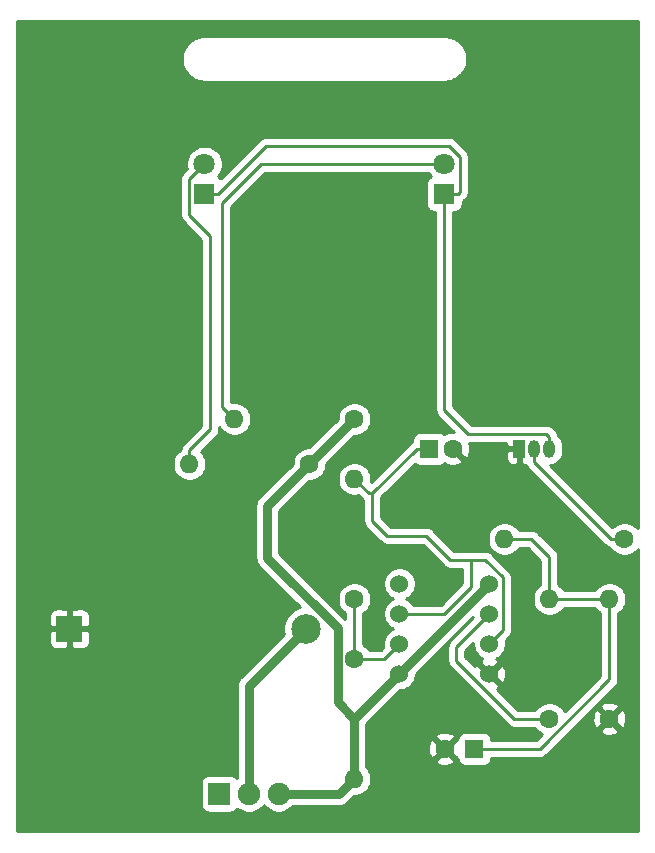
<source format=gtl>
G04 #@! TF.GenerationSoftware,KiCad,Pcbnew,(5.1.5-0-10_14)*
G04 #@! TF.CreationDate,2019-12-18T22:01:42+01:00*
G04 #@! TF.ProjectId,ghost,67686f73-742e-46b6-9963-61645f706362,v1.0.0*
G04 #@! TF.SameCoordinates,Original*
G04 #@! TF.FileFunction,Copper,L1,Top*
G04 #@! TF.FilePolarity,Positive*
%FSLAX46Y46*%
G04 Gerber Fmt 4.6, Leading zero omitted, Abs format (unit mm)*
G04 Created by KiCad (PCBNEW (5.1.5-0-10_14)) date 2019-12-18 22:01:42*
%MOMM*%
%LPD*%
G04 APERTURE LIST*
%ADD10R,2.170000X2.170000*%
%ADD11C,2.500000*%
%ADD12R,1.600000X1.600000*%
%ADD13C,1.600000*%
%ADD14C,1.800000*%
%ADD15R,1.800000X1.800000*%
%ADD16O,1.000000X1.500000*%
%ADD17R,1.000000X1.500000*%
%ADD18O,1.600000X1.600000*%
%ADD19R,1.900000X1.900000*%
%ADD20C,1.900000*%
%ADD21C,1.524000*%
%ADD22C,0.762000*%
%ADD23C,0.254000*%
G04 APERTURE END LIST*
D10*
X132080000Y-109220000D03*
D11*
X152080000Y-109220000D03*
D12*
X162560000Y-93980000D03*
D13*
X164560000Y-93980000D03*
D12*
X166370000Y-119380000D03*
D13*
X163870000Y-119380000D03*
D14*
X143510000Y-69850000D03*
D15*
X143510000Y-72390000D03*
D14*
X163830000Y-69850000D03*
D15*
X163830000Y-72390000D03*
D16*
X171450000Y-93980000D03*
X172720000Y-93980000D03*
D17*
X170180000Y-93980000D03*
D13*
X156210000Y-111760000D03*
D18*
X156210000Y-121920000D03*
X156210000Y-96520000D03*
D13*
X156210000Y-106680000D03*
X172720000Y-116840000D03*
D18*
X172720000Y-106680000D03*
X177800000Y-106680000D03*
D13*
X177800000Y-116840000D03*
X179070000Y-101600000D03*
D18*
X168910000Y-101600000D03*
D13*
X152400000Y-95250000D03*
D18*
X142240000Y-95250000D03*
X146050000Y-91440000D03*
D13*
X156210000Y-91440000D03*
D19*
X144780000Y-123190000D03*
D20*
X147280000Y-123190000D03*
X149780000Y-123190000D03*
D21*
X167640000Y-113030000D03*
X167640000Y-110490000D03*
X167640000Y-107950000D03*
X167640000Y-105410000D03*
X160020000Y-105410000D03*
X160020000Y-107950000D03*
X160020000Y-110490000D03*
X160020000Y-113030000D03*
D22*
X147280000Y-114020000D02*
X147280000Y-123190000D01*
X152080000Y-109220000D02*
X147280000Y-114020000D01*
D23*
X157734000Y-97752000D02*
X157734000Y-100076000D01*
X161506000Y-93980000D02*
X157734000Y-97752000D01*
X162560000Y-93980000D02*
X161506000Y-93980000D01*
X157734000Y-100076000D02*
X157734000Y-98044000D01*
X168783001Y-104861359D02*
X167299642Y-103378000D01*
X168783001Y-109346999D02*
X168783001Y-104861359D01*
X167640000Y-110490000D02*
X168783001Y-109346999D01*
X157442000Y-97752000D02*
X156210000Y-96520000D01*
X157734000Y-97752000D02*
X157442000Y-97752000D01*
X166116000Y-105664000D02*
X166116000Y-103378000D01*
X163830000Y-107950000D02*
X166116000Y-105664000D01*
X160020000Y-107950000D02*
X163830000Y-107950000D01*
X166116000Y-103378000D02*
X167299642Y-103378000D01*
X166116000Y-103378000D02*
X164338000Y-103378000D01*
X164338000Y-103378000D02*
X162306000Y-101346000D01*
X162306000Y-101346000D02*
X159004000Y-101346000D01*
X159004000Y-101346000D02*
X157734000Y-100076000D01*
X177800000Y-106680000D02*
X172720000Y-106680000D01*
X177800000Y-113507882D02*
X177800000Y-107811370D01*
X177800000Y-107811370D02*
X177800000Y-106680000D01*
X171927882Y-119380000D02*
X177800000Y-113507882D01*
X166370000Y-119380000D02*
X171927882Y-119380000D01*
X171196000Y-101600000D02*
X168910000Y-101600000D01*
X172720000Y-103124000D02*
X171196000Y-101600000D01*
X172720000Y-106680000D02*
X172720000Y-103124000D01*
X172454000Y-92710000D02*
X165862000Y-92710000D01*
X165862000Y-92710000D02*
X163830000Y-90678000D01*
X172720000Y-92976000D02*
X172454000Y-92710000D01*
X172720000Y-93980000D02*
X172720000Y-92976000D01*
X144664000Y-72390000D02*
X148728000Y-68326000D01*
X143510000Y-72390000D02*
X144664000Y-72390000D01*
X165111001Y-69235119D02*
X165111001Y-72262999D01*
X164984000Y-72390000D02*
X163830000Y-72390000D01*
X164201882Y-68326000D02*
X165111001Y-69235119D01*
X165111001Y-72262999D02*
X164984000Y-72390000D01*
X148728000Y-68326000D02*
X164201882Y-68326000D01*
X163830000Y-90678000D02*
X163830000Y-72390000D01*
X142240000Y-94118630D02*
X144018000Y-92340630D01*
X142240000Y-95250000D02*
X142240000Y-94118630D01*
X144018000Y-92340630D02*
X144018000Y-75946000D01*
X142228999Y-71131001D02*
X142610001Y-70749999D01*
X142228999Y-74156999D02*
X142228999Y-71131001D01*
X142610001Y-70749999D02*
X143510000Y-69850000D01*
X144018000Y-75946000D02*
X142228999Y-74156999D01*
X163830000Y-69850000D02*
X148336000Y-69850000D01*
X148336000Y-69850000D02*
X145034000Y-73152000D01*
X145034000Y-90424000D02*
X146050000Y-91440000D01*
X145034000Y-73152000D02*
X145034000Y-90424000D01*
X171450000Y-95111370D02*
X177938630Y-101600000D01*
X177938630Y-101600000D02*
X179070000Y-101600000D01*
X171450000Y-93980000D02*
X171450000Y-95111370D01*
X156210000Y-106680000D02*
X156210000Y-111760000D01*
X158750000Y-111760000D02*
X156210000Y-111760000D01*
X160020000Y-110490000D02*
X158750000Y-111760000D01*
D22*
X154940000Y-123190000D02*
X156210000Y-121920000D01*
X149780000Y-123190000D02*
X154940000Y-123190000D01*
X156210000Y-116840000D02*
X160020000Y-113030000D01*
X156210000Y-121920000D02*
X156210000Y-116840000D01*
X160020000Y-113030000D02*
X167640000Y-105410000D01*
X152400000Y-95250000D02*
X156210000Y-91440000D01*
X156210000Y-116840000D02*
X154774999Y-115404999D01*
X154774999Y-109125197D02*
X148844000Y-103194198D01*
X154774999Y-115404999D02*
X154774999Y-109125197D01*
X148844000Y-103194198D02*
X148844000Y-98806000D01*
X148844000Y-98806000D02*
X152400000Y-95250000D01*
D23*
X169758358Y-116840000D02*
X164846000Y-111927642D01*
X172720000Y-116840000D02*
X169758358Y-116840000D01*
X164846000Y-110744000D02*
X167640000Y-107950000D01*
X164846000Y-111927642D02*
X164846000Y-110744000D01*
G36*
X180200300Y-100708683D02*
G01*
X180184637Y-100685241D01*
X179984759Y-100485363D01*
X179749727Y-100328320D01*
X179488574Y-100220147D01*
X179211335Y-100165000D01*
X178928665Y-100165000D01*
X178651426Y-100220147D01*
X178390273Y-100328320D01*
X178155241Y-100485363D01*
X178028432Y-100612172D01*
X172780766Y-95364506D01*
X172942498Y-95348577D01*
X173156446Y-95283676D01*
X173353623Y-95178284D01*
X173526449Y-95036449D01*
X173668284Y-94863623D01*
X173773676Y-94666447D01*
X173838577Y-94452499D01*
X173855000Y-94285752D01*
X173855000Y-93674249D01*
X173838577Y-93507502D01*
X173773676Y-93293554D01*
X173668284Y-93096377D01*
X173526449Y-92923551D01*
X173476482Y-92882544D01*
X173470974Y-92826622D01*
X173427402Y-92682985D01*
X173356645Y-92550608D01*
X173261422Y-92434578D01*
X173232346Y-92410716D01*
X173019284Y-92197654D01*
X172995422Y-92168578D01*
X172879392Y-92073355D01*
X172747015Y-92002598D01*
X172603378Y-91959026D01*
X172491426Y-91948000D01*
X172491423Y-91948000D01*
X172454000Y-91944314D01*
X172416577Y-91948000D01*
X166177631Y-91948000D01*
X164592000Y-90362370D01*
X164592000Y-73928072D01*
X164730000Y-73928072D01*
X164854482Y-73915812D01*
X164974180Y-73879502D01*
X165084494Y-73820537D01*
X165181185Y-73741185D01*
X165260537Y-73644494D01*
X165319502Y-73534180D01*
X165355812Y-73414482D01*
X165368072Y-73290000D01*
X165368072Y-73048731D01*
X165409392Y-73026645D01*
X165525422Y-72931422D01*
X165549285Y-72902345D01*
X165623343Y-72828286D01*
X165652423Y-72804421D01*
X165747646Y-72688391D01*
X165818403Y-72556014D01*
X165861975Y-72412377D01*
X165873001Y-72300425D01*
X165873001Y-72300422D01*
X165876687Y-72262999D01*
X165873001Y-72225576D01*
X165873001Y-69272541D01*
X165876687Y-69235118D01*
X165873001Y-69197693D01*
X165861975Y-69085741D01*
X165818403Y-68942104D01*
X165747646Y-68809727D01*
X165652423Y-68693697D01*
X165623354Y-68669841D01*
X164767166Y-67813654D01*
X164743304Y-67784578D01*
X164627274Y-67689355D01*
X164494897Y-67618598D01*
X164351260Y-67575026D01*
X164239308Y-67564000D01*
X164239305Y-67564000D01*
X164201882Y-67560314D01*
X164164459Y-67564000D01*
X148765423Y-67564000D01*
X148728000Y-67560314D01*
X148690577Y-67564000D01*
X148690574Y-67564000D01*
X148578622Y-67575026D01*
X148434985Y-67618598D01*
X148373364Y-67651535D01*
X148302607Y-67689355D01*
X148219904Y-67757228D01*
X148186578Y-67784578D01*
X148162721Y-67813648D01*
X144895609Y-71080761D01*
X144861185Y-71038815D01*
X144764494Y-70959463D01*
X144654180Y-70900498D01*
X144635873Y-70894944D01*
X144702312Y-70828505D01*
X144870299Y-70577095D01*
X144986011Y-70297743D01*
X145045000Y-70001184D01*
X145045000Y-69698816D01*
X144986011Y-69402257D01*
X144870299Y-69122905D01*
X144702312Y-68871495D01*
X144488505Y-68657688D01*
X144237095Y-68489701D01*
X143957743Y-68373989D01*
X143661184Y-68315000D01*
X143358816Y-68315000D01*
X143062257Y-68373989D01*
X142782905Y-68489701D01*
X142531495Y-68657688D01*
X142317688Y-68871495D01*
X142149701Y-69122905D01*
X142033989Y-69402257D01*
X141975000Y-69698816D01*
X141975000Y-70001184D01*
X142025799Y-70256571D01*
X141716648Y-70565722D01*
X141687578Y-70589579D01*
X141663721Y-70618649D01*
X141663720Y-70618650D01*
X141592354Y-70705609D01*
X141521598Y-70837986D01*
X141478026Y-70981623D01*
X141463313Y-71131001D01*
X141467000Y-71168434D01*
X141466999Y-74119576D01*
X141463313Y-74156999D01*
X141466999Y-74194422D01*
X141466999Y-74194424D01*
X141478025Y-74306376D01*
X141521597Y-74450013D01*
X141521598Y-74450014D01*
X141592354Y-74582391D01*
X141631982Y-74630677D01*
X141687577Y-74698421D01*
X141716653Y-74722283D01*
X143256001Y-76261632D01*
X143256000Y-92025000D01*
X141727649Y-93553351D01*
X141698579Y-93577208D01*
X141674722Y-93606278D01*
X141674721Y-93606279D01*
X141603355Y-93693238D01*
X141532599Y-93825615D01*
X141489027Y-93969252D01*
X141483052Y-94029917D01*
X141325241Y-94135363D01*
X141125363Y-94335241D01*
X140968320Y-94570273D01*
X140860147Y-94831426D01*
X140805000Y-95108665D01*
X140805000Y-95391335D01*
X140860147Y-95668574D01*
X140968320Y-95929727D01*
X141125363Y-96164759D01*
X141325241Y-96364637D01*
X141560273Y-96521680D01*
X141821426Y-96629853D01*
X142098665Y-96685000D01*
X142381335Y-96685000D01*
X142658574Y-96629853D01*
X142919727Y-96521680D01*
X143154759Y-96364637D01*
X143354637Y-96164759D01*
X143511680Y-95929727D01*
X143619853Y-95668574D01*
X143675000Y-95391335D01*
X143675000Y-95108665D01*
X143619853Y-94831426D01*
X143511680Y-94570273D01*
X143354637Y-94335241D01*
X143227828Y-94208432D01*
X144530347Y-92905913D01*
X144559422Y-92882052D01*
X144619857Y-92808411D01*
X144654645Y-92766023D01*
X144699029Y-92682985D01*
X144725402Y-92633645D01*
X144768974Y-92490008D01*
X144780000Y-92378056D01*
X144780000Y-92378053D01*
X144783686Y-92340630D01*
X144780000Y-92303207D01*
X144780000Y-92122241D01*
X144935363Y-92354759D01*
X145135241Y-92554637D01*
X145370273Y-92711680D01*
X145631426Y-92819853D01*
X145908665Y-92875000D01*
X146191335Y-92875000D01*
X146468574Y-92819853D01*
X146729727Y-92711680D01*
X146964759Y-92554637D01*
X147164637Y-92354759D01*
X147321680Y-92119727D01*
X147429853Y-91858574D01*
X147485000Y-91581335D01*
X147485000Y-91298665D01*
X147429853Y-91021426D01*
X147321680Y-90760273D01*
X147164637Y-90525241D01*
X146964759Y-90325363D01*
X146729727Y-90168320D01*
X146468574Y-90060147D01*
X146191335Y-90005000D01*
X145908665Y-90005000D01*
X145796000Y-90027411D01*
X145796000Y-73467630D01*
X148651631Y-70612000D01*
X162493024Y-70612000D01*
X162637688Y-70828505D01*
X162704127Y-70894944D01*
X162685820Y-70900498D01*
X162575506Y-70959463D01*
X162478815Y-71038815D01*
X162399463Y-71135506D01*
X162340498Y-71245820D01*
X162304188Y-71365518D01*
X162291928Y-71490000D01*
X162291928Y-73290000D01*
X162304188Y-73414482D01*
X162340498Y-73534180D01*
X162399463Y-73644494D01*
X162478815Y-73741185D01*
X162575506Y-73820537D01*
X162685820Y-73879502D01*
X162805518Y-73915812D01*
X162930000Y-73928072D01*
X163068001Y-73928072D01*
X163068000Y-90640577D01*
X163064314Y-90678000D01*
X163068000Y-90715423D01*
X163068000Y-90715425D01*
X163079026Y-90827377D01*
X163122598Y-90971014D01*
X163122599Y-90971015D01*
X163193355Y-91103392D01*
X163229130Y-91146984D01*
X163288578Y-91219422D01*
X163317654Y-91243284D01*
X164620616Y-92546247D01*
X164489488Y-92539783D01*
X164209870Y-92581213D01*
X163943708Y-92676397D01*
X163821691Y-92741616D01*
X163811185Y-92728815D01*
X163714494Y-92649463D01*
X163604180Y-92590498D01*
X163484482Y-92554188D01*
X163360000Y-92541928D01*
X161760000Y-92541928D01*
X161635518Y-92554188D01*
X161515820Y-92590498D01*
X161405506Y-92649463D01*
X161308815Y-92728815D01*
X161229463Y-92825506D01*
X161170498Y-92935820D01*
X161134188Y-93055518D01*
X161121928Y-93180000D01*
X161121928Y-93321269D01*
X161080607Y-93343355D01*
X161050997Y-93367656D01*
X160964578Y-93438578D01*
X160940716Y-93467654D01*
X157619664Y-96788706D01*
X157645000Y-96661335D01*
X157645000Y-96378665D01*
X157589853Y-96101426D01*
X157481680Y-95840273D01*
X157324637Y-95605241D01*
X157124759Y-95405363D01*
X156889727Y-95248320D01*
X156628574Y-95140147D01*
X156351335Y-95085000D01*
X156068665Y-95085000D01*
X155791426Y-95140147D01*
X155530273Y-95248320D01*
X155295241Y-95405363D01*
X155095363Y-95605241D01*
X154938320Y-95840273D01*
X154830147Y-96101426D01*
X154775000Y-96378665D01*
X154775000Y-96661335D01*
X154830147Y-96938574D01*
X154938320Y-97199727D01*
X155095363Y-97434759D01*
X155295241Y-97634637D01*
X155530273Y-97791680D01*
X155791426Y-97899853D01*
X156068665Y-97955000D01*
X156351335Y-97955000D01*
X156531527Y-97919157D01*
X156876721Y-98264352D01*
X156900578Y-98293422D01*
X156972000Y-98352037D01*
X156972001Y-98991731D01*
X156972000Y-100038576D01*
X156968314Y-100076000D01*
X156972000Y-100113423D01*
X156972000Y-100113425D01*
X156983026Y-100225377D01*
X157026598Y-100369014D01*
X157026599Y-100369015D01*
X157097355Y-100501392D01*
X157136983Y-100549678D01*
X157192578Y-100617422D01*
X157221654Y-100641284D01*
X158438720Y-101858351D01*
X158462578Y-101887422D01*
X158578608Y-101982645D01*
X158710985Y-102053402D01*
X158854622Y-102096974D01*
X158966574Y-102108000D01*
X158966576Y-102108000D01*
X159003999Y-102111686D01*
X159041422Y-102108000D01*
X161990370Y-102108000D01*
X163772720Y-103890351D01*
X163796578Y-103919422D01*
X163825648Y-103943279D01*
X163912607Y-104014645D01*
X163965765Y-104043058D01*
X164044985Y-104085402D01*
X164188622Y-104128974D01*
X164300574Y-104140000D01*
X164300577Y-104140000D01*
X164338000Y-104143686D01*
X164375423Y-104140000D01*
X165354001Y-104140000D01*
X165354000Y-105348369D01*
X163514370Y-107188000D01*
X161191005Y-107188000D01*
X161105120Y-107059465D01*
X160910535Y-106864880D01*
X160681727Y-106711995D01*
X160604485Y-106680000D01*
X160681727Y-106648005D01*
X160910535Y-106495120D01*
X161105120Y-106300535D01*
X161258005Y-106071727D01*
X161363314Y-105817490D01*
X161417000Y-105547592D01*
X161417000Y-105272408D01*
X161363314Y-105002510D01*
X161258005Y-104748273D01*
X161105120Y-104519465D01*
X160910535Y-104324880D01*
X160681727Y-104171995D01*
X160427490Y-104066686D01*
X160157592Y-104013000D01*
X159882408Y-104013000D01*
X159612510Y-104066686D01*
X159358273Y-104171995D01*
X159129465Y-104324880D01*
X158934880Y-104519465D01*
X158781995Y-104748273D01*
X158676686Y-105002510D01*
X158623000Y-105272408D01*
X158623000Y-105547592D01*
X158676686Y-105817490D01*
X158781995Y-106071727D01*
X158934880Y-106300535D01*
X159129465Y-106495120D01*
X159358273Y-106648005D01*
X159435515Y-106680000D01*
X159358273Y-106711995D01*
X159129465Y-106864880D01*
X158934880Y-107059465D01*
X158781995Y-107288273D01*
X158676686Y-107542510D01*
X158623000Y-107812408D01*
X158623000Y-108087592D01*
X158676686Y-108357490D01*
X158781995Y-108611727D01*
X158934880Y-108840535D01*
X159129465Y-109035120D01*
X159358273Y-109188005D01*
X159435515Y-109220000D01*
X159358273Y-109251995D01*
X159129465Y-109404880D01*
X158934880Y-109599465D01*
X158781995Y-109828273D01*
X158676686Y-110082510D01*
X158623000Y-110352408D01*
X158623000Y-110627592D01*
X158653159Y-110779211D01*
X158434370Y-110998000D01*
X157426707Y-110998000D01*
X157324637Y-110845241D01*
X157124759Y-110645363D01*
X156972000Y-110543293D01*
X156972000Y-107896707D01*
X157124759Y-107794637D01*
X157324637Y-107594759D01*
X157481680Y-107359727D01*
X157589853Y-107098574D01*
X157645000Y-106821335D01*
X157645000Y-106538665D01*
X157589853Y-106261426D01*
X157481680Y-106000273D01*
X157324637Y-105765241D01*
X157124759Y-105565363D01*
X156889727Y-105408320D01*
X156628574Y-105300147D01*
X156351335Y-105245000D01*
X156068665Y-105245000D01*
X155791426Y-105300147D01*
X155530273Y-105408320D01*
X155295241Y-105565363D01*
X155095363Y-105765241D01*
X154938320Y-106000273D01*
X154830147Y-106261426D01*
X154775000Y-106538665D01*
X154775000Y-106821335D01*
X154830147Y-107098574D01*
X154938320Y-107359727D01*
X155095363Y-107594759D01*
X155295241Y-107794637D01*
X155448000Y-107896707D01*
X155448000Y-108361357D01*
X149860000Y-102773358D01*
X149860000Y-99226840D01*
X152401841Y-96685000D01*
X152541335Y-96685000D01*
X152818574Y-96629853D01*
X153079727Y-96521680D01*
X153314759Y-96364637D01*
X153514637Y-96164759D01*
X153671680Y-95929727D01*
X153779853Y-95668574D01*
X153835000Y-95391335D01*
X153835000Y-95251840D01*
X156211841Y-92875000D01*
X156351335Y-92875000D01*
X156628574Y-92819853D01*
X156889727Y-92711680D01*
X157124759Y-92554637D01*
X157324637Y-92354759D01*
X157481680Y-92119727D01*
X157589853Y-91858574D01*
X157645000Y-91581335D01*
X157645000Y-91298665D01*
X157589853Y-91021426D01*
X157481680Y-90760273D01*
X157324637Y-90525241D01*
X157124759Y-90325363D01*
X156889727Y-90168320D01*
X156628574Y-90060147D01*
X156351335Y-90005000D01*
X156068665Y-90005000D01*
X155791426Y-90060147D01*
X155530273Y-90168320D01*
X155295241Y-90325363D01*
X155095363Y-90525241D01*
X154938320Y-90760273D01*
X154830147Y-91021426D01*
X154775000Y-91298665D01*
X154775000Y-91438159D01*
X152398160Y-93815000D01*
X152258665Y-93815000D01*
X151981426Y-93870147D01*
X151720273Y-93978320D01*
X151485241Y-94135363D01*
X151285363Y-94335241D01*
X151128320Y-94570273D01*
X151020147Y-94831426D01*
X150965000Y-95108665D01*
X150965000Y-95248159D01*
X148160868Y-98052292D01*
X148122105Y-98084104D01*
X147995141Y-98238810D01*
X147965951Y-98293421D01*
X147900799Y-98415313D01*
X147842702Y-98606830D01*
X147823085Y-98806000D01*
X147828001Y-98855912D01*
X147828000Y-103144296D01*
X147823085Y-103194198D01*
X147828000Y-103244099D01*
X147842702Y-103393368D01*
X147900798Y-103584884D01*
X147995140Y-103761388D01*
X148122104Y-103916094D01*
X148160872Y-103947910D01*
X151605430Y-107392468D01*
X151530166Y-107407439D01*
X151187118Y-107549534D01*
X150878382Y-107755825D01*
X150615825Y-108018382D01*
X150409534Y-108327118D01*
X150267439Y-108670166D01*
X150195000Y-109034344D01*
X150195000Y-109405656D01*
X150238552Y-109624607D01*
X146596872Y-113266288D01*
X146558104Y-113298104D01*
X146431140Y-113452810D01*
X146336798Y-113629314D01*
X146284749Y-113800896D01*
X146278702Y-113820830D01*
X146259085Y-114020000D01*
X146264000Y-114069902D01*
X146264001Y-121891986D01*
X146260537Y-121885506D01*
X146181185Y-121788815D01*
X146084494Y-121709463D01*
X145974180Y-121650498D01*
X145854482Y-121614188D01*
X145730000Y-121601928D01*
X143830000Y-121601928D01*
X143705518Y-121614188D01*
X143585820Y-121650498D01*
X143475506Y-121709463D01*
X143378815Y-121788815D01*
X143299463Y-121885506D01*
X143240498Y-121995820D01*
X143204188Y-122115518D01*
X143191928Y-122240000D01*
X143191928Y-124140000D01*
X143204188Y-124264482D01*
X143240498Y-124384180D01*
X143299463Y-124494494D01*
X143378815Y-124591185D01*
X143475506Y-124670537D01*
X143585820Y-124729502D01*
X143705518Y-124765812D01*
X143830000Y-124778072D01*
X145730000Y-124778072D01*
X145854482Y-124765812D01*
X145974180Y-124729502D01*
X146084494Y-124670537D01*
X146181185Y-124591185D01*
X146260537Y-124494494D01*
X146291814Y-124435979D01*
X146529221Y-124594609D01*
X146817673Y-124714089D01*
X147123891Y-124775000D01*
X147436109Y-124775000D01*
X147742327Y-124714089D01*
X148030779Y-124594609D01*
X148290379Y-124421150D01*
X148511150Y-124200379D01*
X148530000Y-124172168D01*
X148548850Y-124200379D01*
X148769621Y-124421150D01*
X149029221Y-124594609D01*
X149317673Y-124714089D01*
X149623891Y-124775000D01*
X149936109Y-124775000D01*
X150242327Y-124714089D01*
X150530779Y-124594609D01*
X150790379Y-124421150D01*
X151005529Y-124206000D01*
X154890098Y-124206000D01*
X154940000Y-124210915D01*
X154989902Y-124206000D01*
X155139171Y-124191298D01*
X155330687Y-124133202D01*
X155507190Y-124038860D01*
X155661896Y-123911896D01*
X155693712Y-123873128D01*
X156211840Y-123355000D01*
X156351335Y-123355000D01*
X156628574Y-123299853D01*
X156889727Y-123191680D01*
X157124759Y-123034637D01*
X157324637Y-122834759D01*
X157481680Y-122599727D01*
X157589853Y-122338574D01*
X157645000Y-122061335D01*
X157645000Y-121778665D01*
X157589853Y-121501426D01*
X157481680Y-121240273D01*
X157324637Y-121005241D01*
X157226000Y-120906604D01*
X157226000Y-120372702D01*
X163056903Y-120372702D01*
X163128486Y-120616671D01*
X163383996Y-120737571D01*
X163658184Y-120806300D01*
X163940512Y-120820217D01*
X164220130Y-120778787D01*
X164486292Y-120683603D01*
X164611514Y-120616671D01*
X164683097Y-120372702D01*
X163870000Y-119559605D01*
X163056903Y-120372702D01*
X157226000Y-120372702D01*
X157226000Y-119450512D01*
X162429783Y-119450512D01*
X162471213Y-119730130D01*
X162566397Y-119996292D01*
X162633329Y-120121514D01*
X162877298Y-120193097D01*
X163690395Y-119380000D01*
X162877298Y-118566903D01*
X162633329Y-118638486D01*
X162512429Y-118893996D01*
X162443700Y-119168184D01*
X162429783Y-119450512D01*
X157226000Y-119450512D01*
X157226000Y-118387298D01*
X163056903Y-118387298D01*
X163870000Y-119200395D01*
X164683097Y-118387298D01*
X164611514Y-118143329D01*
X164356004Y-118022429D01*
X164081816Y-117953700D01*
X163799488Y-117939783D01*
X163519870Y-117981213D01*
X163253708Y-118076397D01*
X163128486Y-118143329D01*
X163056903Y-118387298D01*
X157226000Y-118387298D01*
X157226000Y-117260840D01*
X160059841Y-114427000D01*
X160157592Y-114427000D01*
X160427490Y-114373314D01*
X160681727Y-114268005D01*
X160910535Y-114115120D01*
X161105120Y-113920535D01*
X161258005Y-113691727D01*
X161363314Y-113437490D01*
X161417000Y-113167592D01*
X161417000Y-113069840D01*
X166268923Y-108217917D01*
X166273159Y-108239211D01*
X164333649Y-110178721D01*
X164304579Y-110202578D01*
X164280722Y-110231648D01*
X164280721Y-110231649D01*
X164209355Y-110318608D01*
X164138599Y-110450985D01*
X164095027Y-110594622D01*
X164080314Y-110744000D01*
X164084001Y-110781433D01*
X164084000Y-111890218D01*
X164080314Y-111927642D01*
X164084000Y-111965065D01*
X164084000Y-111965067D01*
X164095026Y-112077019D01*
X164138598Y-112220656D01*
X164138599Y-112220657D01*
X164209355Y-112353034D01*
X164245146Y-112396645D01*
X164304578Y-112469064D01*
X164333654Y-112492926D01*
X169193079Y-117352352D01*
X169216936Y-117381422D01*
X169332966Y-117476645D01*
X169465343Y-117547402D01*
X169608980Y-117590974D01*
X169720932Y-117602000D01*
X169720934Y-117602000D01*
X169758357Y-117605686D01*
X169795780Y-117602000D01*
X171503293Y-117602000D01*
X171605363Y-117754759D01*
X171805241Y-117954637D01*
X172040273Y-118111680D01*
X172095639Y-118134613D01*
X171612252Y-118618000D01*
X167808072Y-118618000D01*
X167808072Y-118580000D01*
X167795812Y-118455518D01*
X167759502Y-118335820D01*
X167700537Y-118225506D01*
X167621185Y-118128815D01*
X167524494Y-118049463D01*
X167414180Y-117990498D01*
X167294482Y-117954188D01*
X167170000Y-117941928D01*
X165570000Y-117941928D01*
X165445518Y-117954188D01*
X165325820Y-117990498D01*
X165215506Y-118049463D01*
X165118815Y-118128815D01*
X165039463Y-118225506D01*
X164980498Y-118335820D01*
X164944188Y-118455518D01*
X164931928Y-118580000D01*
X164931928Y-118587215D01*
X164862702Y-118566903D01*
X164049605Y-119380000D01*
X164862702Y-120193097D01*
X164931928Y-120172785D01*
X164931928Y-120180000D01*
X164944188Y-120304482D01*
X164980498Y-120424180D01*
X165039463Y-120534494D01*
X165118815Y-120631185D01*
X165215506Y-120710537D01*
X165325820Y-120769502D01*
X165445518Y-120805812D01*
X165570000Y-120818072D01*
X167170000Y-120818072D01*
X167294482Y-120805812D01*
X167414180Y-120769502D01*
X167524494Y-120710537D01*
X167621185Y-120631185D01*
X167700537Y-120534494D01*
X167759502Y-120424180D01*
X167795812Y-120304482D01*
X167808072Y-120180000D01*
X167808072Y-120142000D01*
X171890459Y-120142000D01*
X171927882Y-120145686D01*
X171965305Y-120142000D01*
X171965308Y-120142000D01*
X172077260Y-120130974D01*
X172220897Y-120087402D01*
X172353274Y-120016645D01*
X172469304Y-119921422D01*
X172493166Y-119892346D01*
X174552810Y-117832702D01*
X176986903Y-117832702D01*
X177058486Y-118076671D01*
X177313996Y-118197571D01*
X177588184Y-118266300D01*
X177870512Y-118280217D01*
X178150130Y-118238787D01*
X178416292Y-118143603D01*
X178541514Y-118076671D01*
X178613097Y-117832702D01*
X177800000Y-117019605D01*
X176986903Y-117832702D01*
X174552810Y-117832702D01*
X175475000Y-116910512D01*
X176359783Y-116910512D01*
X176401213Y-117190130D01*
X176496397Y-117456292D01*
X176563329Y-117581514D01*
X176807298Y-117653097D01*
X177620395Y-116840000D01*
X177979605Y-116840000D01*
X178792702Y-117653097D01*
X179036671Y-117581514D01*
X179157571Y-117326004D01*
X179226300Y-117051816D01*
X179240217Y-116769488D01*
X179198787Y-116489870D01*
X179103603Y-116223708D01*
X179036671Y-116098486D01*
X178792702Y-116026903D01*
X177979605Y-116840000D01*
X177620395Y-116840000D01*
X176807298Y-116026903D01*
X176563329Y-116098486D01*
X176442429Y-116353996D01*
X176373700Y-116628184D01*
X176359783Y-116910512D01*
X175475000Y-116910512D01*
X176538214Y-115847298D01*
X176986903Y-115847298D01*
X177800000Y-116660395D01*
X178613097Y-115847298D01*
X178541514Y-115603329D01*
X178286004Y-115482429D01*
X178011816Y-115413700D01*
X177729488Y-115399783D01*
X177449870Y-115441213D01*
X177183708Y-115536397D01*
X177058486Y-115603329D01*
X176986903Y-115847298D01*
X176538214Y-115847298D01*
X178312353Y-114073160D01*
X178341422Y-114049304D01*
X178406424Y-113970099D01*
X178436645Y-113933275D01*
X178474465Y-113862518D01*
X178507402Y-113800897D01*
X178550974Y-113657260D01*
X178562000Y-113545308D01*
X178562000Y-113545305D01*
X178565686Y-113507882D01*
X178562000Y-113470459D01*
X178562000Y-107896707D01*
X178714759Y-107794637D01*
X178914637Y-107594759D01*
X179071680Y-107359727D01*
X179179853Y-107098574D01*
X179235000Y-106821335D01*
X179235000Y-106538665D01*
X179179853Y-106261426D01*
X179071680Y-106000273D01*
X178914637Y-105765241D01*
X178714759Y-105565363D01*
X178479727Y-105408320D01*
X178218574Y-105300147D01*
X177941335Y-105245000D01*
X177658665Y-105245000D01*
X177381426Y-105300147D01*
X177120273Y-105408320D01*
X176885241Y-105565363D01*
X176685363Y-105765241D01*
X176583293Y-105918000D01*
X173936707Y-105918000D01*
X173834637Y-105765241D01*
X173634759Y-105565363D01*
X173482000Y-105463293D01*
X173482000Y-103161422D01*
X173485686Y-103123999D01*
X173482000Y-103086574D01*
X173470974Y-102974622D01*
X173427402Y-102830985D01*
X173356645Y-102698608D01*
X173261422Y-102582578D01*
X173232352Y-102558721D01*
X171761284Y-101087654D01*
X171737422Y-101058578D01*
X171621392Y-100963355D01*
X171489015Y-100892598D01*
X171345378Y-100849026D01*
X171233426Y-100838000D01*
X171233423Y-100838000D01*
X171196000Y-100834314D01*
X171158577Y-100838000D01*
X170126707Y-100838000D01*
X170024637Y-100685241D01*
X169824759Y-100485363D01*
X169589727Y-100328320D01*
X169328574Y-100220147D01*
X169051335Y-100165000D01*
X168768665Y-100165000D01*
X168491426Y-100220147D01*
X168230273Y-100328320D01*
X167995241Y-100485363D01*
X167795363Y-100685241D01*
X167638320Y-100920273D01*
X167530147Y-101181426D01*
X167475000Y-101458665D01*
X167475000Y-101741335D01*
X167530147Y-102018574D01*
X167638320Y-102279727D01*
X167795363Y-102514759D01*
X167995241Y-102714637D01*
X168230273Y-102871680D01*
X168491426Y-102979853D01*
X168768665Y-103035000D01*
X169051335Y-103035000D01*
X169328574Y-102979853D01*
X169589727Y-102871680D01*
X169824759Y-102714637D01*
X170024637Y-102514759D01*
X170126707Y-102362000D01*
X170880370Y-102362000D01*
X171958001Y-103439632D01*
X171958000Y-105463293D01*
X171805241Y-105565363D01*
X171605363Y-105765241D01*
X171448320Y-106000273D01*
X171340147Y-106261426D01*
X171285000Y-106538665D01*
X171285000Y-106821335D01*
X171340147Y-107098574D01*
X171448320Y-107359727D01*
X171605363Y-107594759D01*
X171805241Y-107794637D01*
X172040273Y-107951680D01*
X172301426Y-108059853D01*
X172578665Y-108115000D01*
X172861335Y-108115000D01*
X173138574Y-108059853D01*
X173399727Y-107951680D01*
X173634759Y-107794637D01*
X173834637Y-107594759D01*
X173936707Y-107442000D01*
X176583293Y-107442000D01*
X176685363Y-107594759D01*
X176885241Y-107794637D01*
X177038001Y-107896708D01*
X177038000Y-113192251D01*
X174014613Y-116215638D01*
X173991680Y-116160273D01*
X173834637Y-115925241D01*
X173634759Y-115725363D01*
X173399727Y-115568320D01*
X173138574Y-115460147D01*
X172861335Y-115405000D01*
X172578665Y-115405000D01*
X172301426Y-115460147D01*
X172040273Y-115568320D01*
X171805241Y-115725363D01*
X171605363Y-115925241D01*
X171503293Y-116078000D01*
X170073989Y-116078000D01*
X168275999Y-114280010D01*
X168358980Y-114235656D01*
X168425960Y-113995565D01*
X167640000Y-113209605D01*
X167625858Y-113223748D01*
X167446253Y-113044143D01*
X167460395Y-113030000D01*
X167819605Y-113030000D01*
X168605565Y-113815960D01*
X168845656Y-113748980D01*
X168962756Y-113499952D01*
X169029023Y-113232865D01*
X169041910Y-112957983D01*
X169000922Y-112685867D01*
X168907636Y-112426977D01*
X168845656Y-112311020D01*
X168605565Y-112244040D01*
X167819605Y-113030000D01*
X167460395Y-113030000D01*
X166674435Y-112244040D01*
X166434344Y-112311020D01*
X166393618Y-112397630D01*
X165608000Y-111612012D01*
X165608000Y-111059630D01*
X166243000Y-110424630D01*
X166243000Y-110627592D01*
X166296686Y-110897490D01*
X166401995Y-111151727D01*
X166554880Y-111380535D01*
X166749465Y-111575120D01*
X166978273Y-111728005D01*
X167049943Y-111757692D01*
X167036977Y-111762364D01*
X166921020Y-111824344D01*
X166854040Y-112064435D01*
X167640000Y-112850395D01*
X168425960Y-112064435D01*
X168358980Y-111824344D01*
X168223240Y-111760515D01*
X168301727Y-111728005D01*
X168530535Y-111575120D01*
X168725120Y-111380535D01*
X168878005Y-111151727D01*
X168983314Y-110897490D01*
X169037000Y-110627592D01*
X169037000Y-110352408D01*
X169006841Y-110200789D01*
X169295348Y-109912282D01*
X169324423Y-109888421D01*
X169411269Y-109782599D01*
X169419646Y-109772392D01*
X169490402Y-109640015D01*
X169490403Y-109640014D01*
X169533975Y-109496377D01*
X169545001Y-109384425D01*
X169545001Y-109384422D01*
X169548687Y-109346999D01*
X169545001Y-109309576D01*
X169545001Y-104898781D01*
X169548687Y-104861358D01*
X169537549Y-104748273D01*
X169533975Y-104711981D01*
X169490403Y-104568344D01*
X169419646Y-104435967D01*
X169324423Y-104319937D01*
X169295353Y-104296080D01*
X167864926Y-102865654D01*
X167841064Y-102836578D01*
X167725034Y-102741355D01*
X167592657Y-102670598D01*
X167449020Y-102627026D01*
X167337068Y-102616000D01*
X167337065Y-102616000D01*
X167299642Y-102612314D01*
X167262219Y-102616000D01*
X166153426Y-102616000D01*
X166116000Y-102612314D01*
X166078575Y-102616000D01*
X164653631Y-102616000D01*
X162871284Y-100833654D01*
X162847422Y-100804578D01*
X162731392Y-100709355D01*
X162599015Y-100638598D01*
X162455378Y-100595026D01*
X162343426Y-100584000D01*
X162343423Y-100584000D01*
X162306000Y-100580314D01*
X162268577Y-100584000D01*
X159319631Y-100584000D01*
X158496000Y-99760370D01*
X158496000Y-98067630D01*
X161321794Y-95241836D01*
X161405506Y-95310537D01*
X161515820Y-95369502D01*
X161635518Y-95405812D01*
X161760000Y-95418072D01*
X163360000Y-95418072D01*
X163484482Y-95405812D01*
X163604180Y-95369502D01*
X163714494Y-95310537D01*
X163811185Y-95231185D01*
X163821807Y-95218242D01*
X164073996Y-95337571D01*
X164348184Y-95406300D01*
X164630512Y-95420217D01*
X164910130Y-95378787D01*
X165176292Y-95283603D01*
X165301514Y-95216671D01*
X165373097Y-94972702D01*
X164560000Y-94159605D01*
X164545858Y-94173748D01*
X164366253Y-93994143D01*
X164380395Y-93980000D01*
X164366253Y-93965858D01*
X164545858Y-93786253D01*
X164560000Y-93800395D01*
X164574143Y-93786253D01*
X164753748Y-93965858D01*
X164739605Y-93980000D01*
X165552702Y-94793097D01*
X165767749Y-94730000D01*
X169041928Y-94730000D01*
X169054188Y-94854482D01*
X169090498Y-94974180D01*
X169149463Y-95084494D01*
X169228815Y-95181185D01*
X169325506Y-95260537D01*
X169435820Y-95319502D01*
X169555518Y-95355812D01*
X169680000Y-95368072D01*
X169894250Y-95365000D01*
X170053000Y-95206250D01*
X170053000Y-94107000D01*
X169203750Y-94107000D01*
X169045000Y-94265750D01*
X169041928Y-94730000D01*
X165767749Y-94730000D01*
X165796671Y-94721514D01*
X165917571Y-94466004D01*
X165986300Y-94191816D01*
X166000217Y-93909488D01*
X165958787Y-93629870D01*
X165902330Y-93472000D01*
X169043529Y-93472000D01*
X169045000Y-93694250D01*
X169203750Y-93853000D01*
X170053000Y-93853000D01*
X170053000Y-93833000D01*
X170307000Y-93833000D01*
X170307000Y-93853000D01*
X170315000Y-93853000D01*
X170315000Y-94107000D01*
X170307000Y-94107000D01*
X170307000Y-95206250D01*
X170465750Y-95365000D01*
X170680000Y-95368072D01*
X170730087Y-95363139D01*
X170742599Y-95404385D01*
X170813355Y-95536762D01*
X170869555Y-95605241D01*
X170908579Y-95652792D01*
X170937649Y-95676649D01*
X177373346Y-102112346D01*
X177397208Y-102141422D01*
X177470849Y-102201857D01*
X177513237Y-102236645D01*
X177583994Y-102274465D01*
X177645615Y-102307402D01*
X177789252Y-102350974D01*
X177849918Y-102356949D01*
X177955363Y-102514759D01*
X178155241Y-102714637D01*
X178390273Y-102871680D01*
X178651426Y-102979853D01*
X178928665Y-103035000D01*
X179211335Y-103035000D01*
X179488574Y-102979853D01*
X179749727Y-102871680D01*
X179984759Y-102714637D01*
X180184637Y-102514759D01*
X180200300Y-102491317D01*
X180200300Y-126352300D01*
X127647700Y-126352300D01*
X127647700Y-110305000D01*
X130356928Y-110305000D01*
X130369188Y-110429482D01*
X130405498Y-110549180D01*
X130464463Y-110659494D01*
X130543815Y-110756185D01*
X130640506Y-110835537D01*
X130750820Y-110894502D01*
X130870518Y-110930812D01*
X130995000Y-110943072D01*
X131794250Y-110940000D01*
X131953000Y-110781250D01*
X131953000Y-109347000D01*
X132207000Y-109347000D01*
X132207000Y-110781250D01*
X132365750Y-110940000D01*
X133165000Y-110943072D01*
X133289482Y-110930812D01*
X133409180Y-110894502D01*
X133519494Y-110835537D01*
X133616185Y-110756185D01*
X133695537Y-110659494D01*
X133754502Y-110549180D01*
X133790812Y-110429482D01*
X133803072Y-110305000D01*
X133800000Y-109505750D01*
X133641250Y-109347000D01*
X132207000Y-109347000D01*
X131953000Y-109347000D01*
X130518750Y-109347000D01*
X130360000Y-109505750D01*
X130356928Y-110305000D01*
X127647700Y-110305000D01*
X127647700Y-108135000D01*
X130356928Y-108135000D01*
X130360000Y-108934250D01*
X130518750Y-109093000D01*
X131953000Y-109093000D01*
X131953000Y-107658750D01*
X132207000Y-107658750D01*
X132207000Y-109093000D01*
X133641250Y-109093000D01*
X133800000Y-108934250D01*
X133803072Y-108135000D01*
X133790812Y-108010518D01*
X133754502Y-107890820D01*
X133695537Y-107780506D01*
X133616185Y-107683815D01*
X133519494Y-107604463D01*
X133409180Y-107545498D01*
X133289482Y-107509188D01*
X133165000Y-107496928D01*
X132365750Y-107500000D01*
X132207000Y-107658750D01*
X131953000Y-107658750D01*
X131794250Y-107500000D01*
X130995000Y-107496928D01*
X130870518Y-107509188D01*
X130750820Y-107545498D01*
X130640506Y-107604463D01*
X130543815Y-107683815D01*
X130464463Y-107780506D01*
X130405498Y-107890820D01*
X130369188Y-108010518D01*
X130356928Y-108135000D01*
X127647700Y-108135000D01*
X127647700Y-60909049D01*
X141582747Y-60909049D01*
X141583165Y-60968866D01*
X141582747Y-61028682D01*
X141583646Y-61037853D01*
X141609554Y-61284357D01*
X141621588Y-61342983D01*
X141632792Y-61401716D01*
X141635456Y-61410538D01*
X141708751Y-61647314D01*
X141731931Y-61702457D01*
X141754339Y-61757920D01*
X141758665Y-61766054D01*
X141758667Y-61766059D01*
X141758670Y-61766064D01*
X141876553Y-61984086D01*
X141909988Y-62033654D01*
X141942759Y-62083735D01*
X141948584Y-62090876D01*
X142106577Y-62281856D01*
X142149012Y-62323995D01*
X142190875Y-62366745D01*
X142197976Y-62372618D01*
X142390053Y-62529273D01*
X142439875Y-62562374D01*
X142489237Y-62596173D01*
X142497343Y-62600556D01*
X142716191Y-62716919D01*
X142771479Y-62739707D01*
X142826475Y-62763279D01*
X142835278Y-62766003D01*
X143072559Y-62837643D01*
X143131246Y-62849264D01*
X143189752Y-62861700D01*
X143198915Y-62862663D01*
X143198917Y-62862663D01*
X143445595Y-62886850D01*
X143445598Y-62886850D01*
X143477581Y-62890000D01*
X163862419Y-62890000D01*
X163895661Y-62886726D01*
X163912137Y-62886726D01*
X163921302Y-62885763D01*
X164167618Y-62858134D01*
X164226098Y-62845703D01*
X164284808Y-62834079D01*
X164293611Y-62831353D01*
X164529869Y-62756408D01*
X164584824Y-62732854D01*
X164640158Y-62710047D01*
X164648264Y-62705664D01*
X164865466Y-62586256D01*
X164914791Y-62552482D01*
X164964648Y-62519357D01*
X164971749Y-62513483D01*
X165161621Y-62354160D01*
X165203465Y-62311431D01*
X165245918Y-62269273D01*
X165251742Y-62262132D01*
X165407053Y-62068965D01*
X165439814Y-62018901D01*
X165473260Y-61969315D01*
X165477586Y-61961179D01*
X165592418Y-61741524D01*
X165614802Y-61686120D01*
X165638007Y-61630919D01*
X165640670Y-61622097D01*
X165710652Y-61384321D01*
X165721861Y-61325559D01*
X165733890Y-61266962D01*
X165734789Y-61257791D01*
X165757253Y-61010951D01*
X165756835Y-60951134D01*
X165757253Y-60891318D01*
X165756354Y-60882147D01*
X165730446Y-60635644D01*
X165718412Y-60577017D01*
X165707208Y-60518284D01*
X165704544Y-60509462D01*
X165631249Y-60272686D01*
X165608074Y-60217555D01*
X165585661Y-60162080D01*
X165581334Y-60153944D01*
X165463446Y-59935914D01*
X165430012Y-59886346D01*
X165397240Y-59836265D01*
X165391416Y-59829124D01*
X165233423Y-59638144D01*
X165190988Y-59596005D01*
X165149125Y-59553255D01*
X165142024Y-59547381D01*
X164949946Y-59390727D01*
X164900169Y-59357655D01*
X164850763Y-59323826D01*
X164842657Y-59319444D01*
X164623809Y-59203081D01*
X164568532Y-59180298D01*
X164513525Y-59156721D01*
X164504722Y-59153997D01*
X164267441Y-59082357D01*
X164208754Y-59070736D01*
X164150248Y-59058300D01*
X164141085Y-59057337D01*
X164141083Y-59057337D01*
X163894405Y-59033150D01*
X163894402Y-59033150D01*
X163862419Y-59030000D01*
X143477581Y-59030000D01*
X143444339Y-59033274D01*
X143427863Y-59033274D01*
X143418698Y-59034237D01*
X143172382Y-59061866D01*
X143113865Y-59074305D01*
X143055192Y-59085922D01*
X143046389Y-59088647D01*
X142810131Y-59163592D01*
X142755209Y-59187132D01*
X142699842Y-59209952D01*
X142691736Y-59214336D01*
X142474534Y-59333744D01*
X142425171Y-59367543D01*
X142375352Y-59400643D01*
X142368252Y-59406517D01*
X142178379Y-59565839D01*
X142136516Y-59608588D01*
X142094082Y-59650727D01*
X142088258Y-59657868D01*
X141932947Y-59851035D01*
X141900186Y-59901099D01*
X141866740Y-59950685D01*
X141862418Y-59958814D01*
X141862415Y-59958819D01*
X141862414Y-59958822D01*
X141747582Y-60178476D01*
X141725173Y-60233942D01*
X141701994Y-60289081D01*
X141699330Y-60297903D01*
X141629348Y-60535679D01*
X141618139Y-60594441D01*
X141606110Y-60653038D01*
X141605211Y-60662209D01*
X141582747Y-60909049D01*
X127647700Y-60909049D01*
X127647700Y-57797700D01*
X180200301Y-57797700D01*
X180200300Y-100708683D01*
G37*
X180200300Y-100708683D02*
X180184637Y-100685241D01*
X179984759Y-100485363D01*
X179749727Y-100328320D01*
X179488574Y-100220147D01*
X179211335Y-100165000D01*
X178928665Y-100165000D01*
X178651426Y-100220147D01*
X178390273Y-100328320D01*
X178155241Y-100485363D01*
X178028432Y-100612172D01*
X172780766Y-95364506D01*
X172942498Y-95348577D01*
X173156446Y-95283676D01*
X173353623Y-95178284D01*
X173526449Y-95036449D01*
X173668284Y-94863623D01*
X173773676Y-94666447D01*
X173838577Y-94452499D01*
X173855000Y-94285752D01*
X173855000Y-93674249D01*
X173838577Y-93507502D01*
X173773676Y-93293554D01*
X173668284Y-93096377D01*
X173526449Y-92923551D01*
X173476482Y-92882544D01*
X173470974Y-92826622D01*
X173427402Y-92682985D01*
X173356645Y-92550608D01*
X173261422Y-92434578D01*
X173232346Y-92410716D01*
X173019284Y-92197654D01*
X172995422Y-92168578D01*
X172879392Y-92073355D01*
X172747015Y-92002598D01*
X172603378Y-91959026D01*
X172491426Y-91948000D01*
X172491423Y-91948000D01*
X172454000Y-91944314D01*
X172416577Y-91948000D01*
X166177631Y-91948000D01*
X164592000Y-90362370D01*
X164592000Y-73928072D01*
X164730000Y-73928072D01*
X164854482Y-73915812D01*
X164974180Y-73879502D01*
X165084494Y-73820537D01*
X165181185Y-73741185D01*
X165260537Y-73644494D01*
X165319502Y-73534180D01*
X165355812Y-73414482D01*
X165368072Y-73290000D01*
X165368072Y-73048731D01*
X165409392Y-73026645D01*
X165525422Y-72931422D01*
X165549285Y-72902345D01*
X165623343Y-72828286D01*
X165652423Y-72804421D01*
X165747646Y-72688391D01*
X165818403Y-72556014D01*
X165861975Y-72412377D01*
X165873001Y-72300425D01*
X165873001Y-72300422D01*
X165876687Y-72262999D01*
X165873001Y-72225576D01*
X165873001Y-69272541D01*
X165876687Y-69235118D01*
X165873001Y-69197693D01*
X165861975Y-69085741D01*
X165818403Y-68942104D01*
X165747646Y-68809727D01*
X165652423Y-68693697D01*
X165623354Y-68669841D01*
X164767166Y-67813654D01*
X164743304Y-67784578D01*
X164627274Y-67689355D01*
X164494897Y-67618598D01*
X164351260Y-67575026D01*
X164239308Y-67564000D01*
X164239305Y-67564000D01*
X164201882Y-67560314D01*
X164164459Y-67564000D01*
X148765423Y-67564000D01*
X148728000Y-67560314D01*
X148690577Y-67564000D01*
X148690574Y-67564000D01*
X148578622Y-67575026D01*
X148434985Y-67618598D01*
X148373364Y-67651535D01*
X148302607Y-67689355D01*
X148219904Y-67757228D01*
X148186578Y-67784578D01*
X148162721Y-67813648D01*
X144895609Y-71080761D01*
X144861185Y-71038815D01*
X144764494Y-70959463D01*
X144654180Y-70900498D01*
X144635873Y-70894944D01*
X144702312Y-70828505D01*
X144870299Y-70577095D01*
X144986011Y-70297743D01*
X145045000Y-70001184D01*
X145045000Y-69698816D01*
X144986011Y-69402257D01*
X144870299Y-69122905D01*
X144702312Y-68871495D01*
X144488505Y-68657688D01*
X144237095Y-68489701D01*
X143957743Y-68373989D01*
X143661184Y-68315000D01*
X143358816Y-68315000D01*
X143062257Y-68373989D01*
X142782905Y-68489701D01*
X142531495Y-68657688D01*
X142317688Y-68871495D01*
X142149701Y-69122905D01*
X142033989Y-69402257D01*
X141975000Y-69698816D01*
X141975000Y-70001184D01*
X142025799Y-70256571D01*
X141716648Y-70565722D01*
X141687578Y-70589579D01*
X141663721Y-70618649D01*
X141663720Y-70618650D01*
X141592354Y-70705609D01*
X141521598Y-70837986D01*
X141478026Y-70981623D01*
X141463313Y-71131001D01*
X141467000Y-71168434D01*
X141466999Y-74119576D01*
X141463313Y-74156999D01*
X141466999Y-74194422D01*
X141466999Y-74194424D01*
X141478025Y-74306376D01*
X141521597Y-74450013D01*
X141521598Y-74450014D01*
X141592354Y-74582391D01*
X141631982Y-74630677D01*
X141687577Y-74698421D01*
X141716653Y-74722283D01*
X143256001Y-76261632D01*
X143256000Y-92025000D01*
X141727649Y-93553351D01*
X141698579Y-93577208D01*
X141674722Y-93606278D01*
X141674721Y-93606279D01*
X141603355Y-93693238D01*
X141532599Y-93825615D01*
X141489027Y-93969252D01*
X141483052Y-94029917D01*
X141325241Y-94135363D01*
X141125363Y-94335241D01*
X140968320Y-94570273D01*
X140860147Y-94831426D01*
X140805000Y-95108665D01*
X140805000Y-95391335D01*
X140860147Y-95668574D01*
X140968320Y-95929727D01*
X141125363Y-96164759D01*
X141325241Y-96364637D01*
X141560273Y-96521680D01*
X141821426Y-96629853D01*
X142098665Y-96685000D01*
X142381335Y-96685000D01*
X142658574Y-96629853D01*
X142919727Y-96521680D01*
X143154759Y-96364637D01*
X143354637Y-96164759D01*
X143511680Y-95929727D01*
X143619853Y-95668574D01*
X143675000Y-95391335D01*
X143675000Y-95108665D01*
X143619853Y-94831426D01*
X143511680Y-94570273D01*
X143354637Y-94335241D01*
X143227828Y-94208432D01*
X144530347Y-92905913D01*
X144559422Y-92882052D01*
X144619857Y-92808411D01*
X144654645Y-92766023D01*
X144699029Y-92682985D01*
X144725402Y-92633645D01*
X144768974Y-92490008D01*
X144780000Y-92378056D01*
X144780000Y-92378053D01*
X144783686Y-92340630D01*
X144780000Y-92303207D01*
X144780000Y-92122241D01*
X144935363Y-92354759D01*
X145135241Y-92554637D01*
X145370273Y-92711680D01*
X145631426Y-92819853D01*
X145908665Y-92875000D01*
X146191335Y-92875000D01*
X146468574Y-92819853D01*
X146729727Y-92711680D01*
X146964759Y-92554637D01*
X147164637Y-92354759D01*
X147321680Y-92119727D01*
X147429853Y-91858574D01*
X147485000Y-91581335D01*
X147485000Y-91298665D01*
X147429853Y-91021426D01*
X147321680Y-90760273D01*
X147164637Y-90525241D01*
X146964759Y-90325363D01*
X146729727Y-90168320D01*
X146468574Y-90060147D01*
X146191335Y-90005000D01*
X145908665Y-90005000D01*
X145796000Y-90027411D01*
X145796000Y-73467630D01*
X148651631Y-70612000D01*
X162493024Y-70612000D01*
X162637688Y-70828505D01*
X162704127Y-70894944D01*
X162685820Y-70900498D01*
X162575506Y-70959463D01*
X162478815Y-71038815D01*
X162399463Y-71135506D01*
X162340498Y-71245820D01*
X162304188Y-71365518D01*
X162291928Y-71490000D01*
X162291928Y-73290000D01*
X162304188Y-73414482D01*
X162340498Y-73534180D01*
X162399463Y-73644494D01*
X162478815Y-73741185D01*
X162575506Y-73820537D01*
X162685820Y-73879502D01*
X162805518Y-73915812D01*
X162930000Y-73928072D01*
X163068001Y-73928072D01*
X163068000Y-90640577D01*
X163064314Y-90678000D01*
X163068000Y-90715423D01*
X163068000Y-90715425D01*
X163079026Y-90827377D01*
X163122598Y-90971014D01*
X163122599Y-90971015D01*
X163193355Y-91103392D01*
X163229130Y-91146984D01*
X163288578Y-91219422D01*
X163317654Y-91243284D01*
X164620616Y-92546247D01*
X164489488Y-92539783D01*
X164209870Y-92581213D01*
X163943708Y-92676397D01*
X163821691Y-92741616D01*
X163811185Y-92728815D01*
X163714494Y-92649463D01*
X163604180Y-92590498D01*
X163484482Y-92554188D01*
X163360000Y-92541928D01*
X161760000Y-92541928D01*
X161635518Y-92554188D01*
X161515820Y-92590498D01*
X161405506Y-92649463D01*
X161308815Y-92728815D01*
X161229463Y-92825506D01*
X161170498Y-92935820D01*
X161134188Y-93055518D01*
X161121928Y-93180000D01*
X161121928Y-93321269D01*
X161080607Y-93343355D01*
X161050997Y-93367656D01*
X160964578Y-93438578D01*
X160940716Y-93467654D01*
X157619664Y-96788706D01*
X157645000Y-96661335D01*
X157645000Y-96378665D01*
X157589853Y-96101426D01*
X157481680Y-95840273D01*
X157324637Y-95605241D01*
X157124759Y-95405363D01*
X156889727Y-95248320D01*
X156628574Y-95140147D01*
X156351335Y-95085000D01*
X156068665Y-95085000D01*
X155791426Y-95140147D01*
X155530273Y-95248320D01*
X155295241Y-95405363D01*
X155095363Y-95605241D01*
X154938320Y-95840273D01*
X154830147Y-96101426D01*
X154775000Y-96378665D01*
X154775000Y-96661335D01*
X154830147Y-96938574D01*
X154938320Y-97199727D01*
X155095363Y-97434759D01*
X155295241Y-97634637D01*
X155530273Y-97791680D01*
X155791426Y-97899853D01*
X156068665Y-97955000D01*
X156351335Y-97955000D01*
X156531527Y-97919157D01*
X156876721Y-98264352D01*
X156900578Y-98293422D01*
X156972000Y-98352037D01*
X156972001Y-98991731D01*
X156972000Y-100038576D01*
X156968314Y-100076000D01*
X156972000Y-100113423D01*
X156972000Y-100113425D01*
X156983026Y-100225377D01*
X157026598Y-100369014D01*
X157026599Y-100369015D01*
X157097355Y-100501392D01*
X157136983Y-100549678D01*
X157192578Y-100617422D01*
X157221654Y-100641284D01*
X158438720Y-101858351D01*
X158462578Y-101887422D01*
X158578608Y-101982645D01*
X158710985Y-102053402D01*
X158854622Y-102096974D01*
X158966574Y-102108000D01*
X158966576Y-102108000D01*
X159003999Y-102111686D01*
X159041422Y-102108000D01*
X161990370Y-102108000D01*
X163772720Y-103890351D01*
X163796578Y-103919422D01*
X163825648Y-103943279D01*
X163912607Y-104014645D01*
X163965765Y-104043058D01*
X164044985Y-104085402D01*
X164188622Y-104128974D01*
X164300574Y-104140000D01*
X164300577Y-104140000D01*
X164338000Y-104143686D01*
X164375423Y-104140000D01*
X165354001Y-104140000D01*
X165354000Y-105348369D01*
X163514370Y-107188000D01*
X161191005Y-107188000D01*
X161105120Y-107059465D01*
X160910535Y-106864880D01*
X160681727Y-106711995D01*
X160604485Y-106680000D01*
X160681727Y-106648005D01*
X160910535Y-106495120D01*
X161105120Y-106300535D01*
X161258005Y-106071727D01*
X161363314Y-105817490D01*
X161417000Y-105547592D01*
X161417000Y-105272408D01*
X161363314Y-105002510D01*
X161258005Y-104748273D01*
X161105120Y-104519465D01*
X160910535Y-104324880D01*
X160681727Y-104171995D01*
X160427490Y-104066686D01*
X160157592Y-104013000D01*
X159882408Y-104013000D01*
X159612510Y-104066686D01*
X159358273Y-104171995D01*
X159129465Y-104324880D01*
X158934880Y-104519465D01*
X158781995Y-104748273D01*
X158676686Y-105002510D01*
X158623000Y-105272408D01*
X158623000Y-105547592D01*
X158676686Y-105817490D01*
X158781995Y-106071727D01*
X158934880Y-106300535D01*
X159129465Y-106495120D01*
X159358273Y-106648005D01*
X159435515Y-106680000D01*
X159358273Y-106711995D01*
X159129465Y-106864880D01*
X158934880Y-107059465D01*
X158781995Y-107288273D01*
X158676686Y-107542510D01*
X158623000Y-107812408D01*
X158623000Y-108087592D01*
X158676686Y-108357490D01*
X158781995Y-108611727D01*
X158934880Y-108840535D01*
X159129465Y-109035120D01*
X159358273Y-109188005D01*
X159435515Y-109220000D01*
X159358273Y-109251995D01*
X159129465Y-109404880D01*
X158934880Y-109599465D01*
X158781995Y-109828273D01*
X158676686Y-110082510D01*
X158623000Y-110352408D01*
X158623000Y-110627592D01*
X158653159Y-110779211D01*
X158434370Y-110998000D01*
X157426707Y-110998000D01*
X157324637Y-110845241D01*
X157124759Y-110645363D01*
X156972000Y-110543293D01*
X156972000Y-107896707D01*
X157124759Y-107794637D01*
X157324637Y-107594759D01*
X157481680Y-107359727D01*
X157589853Y-107098574D01*
X157645000Y-106821335D01*
X157645000Y-106538665D01*
X157589853Y-106261426D01*
X157481680Y-106000273D01*
X157324637Y-105765241D01*
X157124759Y-105565363D01*
X156889727Y-105408320D01*
X156628574Y-105300147D01*
X156351335Y-105245000D01*
X156068665Y-105245000D01*
X155791426Y-105300147D01*
X155530273Y-105408320D01*
X155295241Y-105565363D01*
X155095363Y-105765241D01*
X154938320Y-106000273D01*
X154830147Y-106261426D01*
X154775000Y-106538665D01*
X154775000Y-106821335D01*
X154830147Y-107098574D01*
X154938320Y-107359727D01*
X155095363Y-107594759D01*
X155295241Y-107794637D01*
X155448000Y-107896707D01*
X155448000Y-108361357D01*
X149860000Y-102773358D01*
X149860000Y-99226840D01*
X152401841Y-96685000D01*
X152541335Y-96685000D01*
X152818574Y-96629853D01*
X153079727Y-96521680D01*
X153314759Y-96364637D01*
X153514637Y-96164759D01*
X153671680Y-95929727D01*
X153779853Y-95668574D01*
X153835000Y-95391335D01*
X153835000Y-95251840D01*
X156211841Y-92875000D01*
X156351335Y-92875000D01*
X156628574Y-92819853D01*
X156889727Y-92711680D01*
X157124759Y-92554637D01*
X157324637Y-92354759D01*
X157481680Y-92119727D01*
X157589853Y-91858574D01*
X157645000Y-91581335D01*
X157645000Y-91298665D01*
X157589853Y-91021426D01*
X157481680Y-90760273D01*
X157324637Y-90525241D01*
X157124759Y-90325363D01*
X156889727Y-90168320D01*
X156628574Y-90060147D01*
X156351335Y-90005000D01*
X156068665Y-90005000D01*
X155791426Y-90060147D01*
X155530273Y-90168320D01*
X155295241Y-90325363D01*
X155095363Y-90525241D01*
X154938320Y-90760273D01*
X154830147Y-91021426D01*
X154775000Y-91298665D01*
X154775000Y-91438159D01*
X152398160Y-93815000D01*
X152258665Y-93815000D01*
X151981426Y-93870147D01*
X151720273Y-93978320D01*
X151485241Y-94135363D01*
X151285363Y-94335241D01*
X151128320Y-94570273D01*
X151020147Y-94831426D01*
X150965000Y-95108665D01*
X150965000Y-95248159D01*
X148160868Y-98052292D01*
X148122105Y-98084104D01*
X147995141Y-98238810D01*
X147965951Y-98293421D01*
X147900799Y-98415313D01*
X147842702Y-98606830D01*
X147823085Y-98806000D01*
X147828001Y-98855912D01*
X147828000Y-103144296D01*
X147823085Y-103194198D01*
X147828000Y-103244099D01*
X147842702Y-103393368D01*
X147900798Y-103584884D01*
X147995140Y-103761388D01*
X148122104Y-103916094D01*
X148160872Y-103947910D01*
X151605430Y-107392468D01*
X151530166Y-107407439D01*
X151187118Y-107549534D01*
X150878382Y-107755825D01*
X150615825Y-108018382D01*
X150409534Y-108327118D01*
X150267439Y-108670166D01*
X150195000Y-109034344D01*
X150195000Y-109405656D01*
X150238552Y-109624607D01*
X146596872Y-113266288D01*
X146558104Y-113298104D01*
X146431140Y-113452810D01*
X146336798Y-113629314D01*
X146284749Y-113800896D01*
X146278702Y-113820830D01*
X146259085Y-114020000D01*
X146264000Y-114069902D01*
X146264001Y-121891986D01*
X146260537Y-121885506D01*
X146181185Y-121788815D01*
X146084494Y-121709463D01*
X145974180Y-121650498D01*
X145854482Y-121614188D01*
X145730000Y-121601928D01*
X143830000Y-121601928D01*
X143705518Y-121614188D01*
X143585820Y-121650498D01*
X143475506Y-121709463D01*
X143378815Y-121788815D01*
X143299463Y-121885506D01*
X143240498Y-121995820D01*
X143204188Y-122115518D01*
X143191928Y-122240000D01*
X143191928Y-124140000D01*
X143204188Y-124264482D01*
X143240498Y-124384180D01*
X143299463Y-124494494D01*
X143378815Y-124591185D01*
X143475506Y-124670537D01*
X143585820Y-124729502D01*
X143705518Y-124765812D01*
X143830000Y-124778072D01*
X145730000Y-124778072D01*
X145854482Y-124765812D01*
X145974180Y-124729502D01*
X146084494Y-124670537D01*
X146181185Y-124591185D01*
X146260537Y-124494494D01*
X146291814Y-124435979D01*
X146529221Y-124594609D01*
X146817673Y-124714089D01*
X147123891Y-124775000D01*
X147436109Y-124775000D01*
X147742327Y-124714089D01*
X148030779Y-124594609D01*
X148290379Y-124421150D01*
X148511150Y-124200379D01*
X148530000Y-124172168D01*
X148548850Y-124200379D01*
X148769621Y-124421150D01*
X149029221Y-124594609D01*
X149317673Y-124714089D01*
X149623891Y-124775000D01*
X149936109Y-124775000D01*
X150242327Y-124714089D01*
X150530779Y-124594609D01*
X150790379Y-124421150D01*
X151005529Y-124206000D01*
X154890098Y-124206000D01*
X154940000Y-124210915D01*
X154989902Y-124206000D01*
X155139171Y-124191298D01*
X155330687Y-124133202D01*
X155507190Y-124038860D01*
X155661896Y-123911896D01*
X155693712Y-123873128D01*
X156211840Y-123355000D01*
X156351335Y-123355000D01*
X156628574Y-123299853D01*
X156889727Y-123191680D01*
X157124759Y-123034637D01*
X157324637Y-122834759D01*
X157481680Y-122599727D01*
X157589853Y-122338574D01*
X157645000Y-122061335D01*
X157645000Y-121778665D01*
X157589853Y-121501426D01*
X157481680Y-121240273D01*
X157324637Y-121005241D01*
X157226000Y-120906604D01*
X157226000Y-120372702D01*
X163056903Y-120372702D01*
X163128486Y-120616671D01*
X163383996Y-120737571D01*
X163658184Y-120806300D01*
X163940512Y-120820217D01*
X164220130Y-120778787D01*
X164486292Y-120683603D01*
X164611514Y-120616671D01*
X164683097Y-120372702D01*
X163870000Y-119559605D01*
X163056903Y-120372702D01*
X157226000Y-120372702D01*
X157226000Y-119450512D01*
X162429783Y-119450512D01*
X162471213Y-119730130D01*
X162566397Y-119996292D01*
X162633329Y-120121514D01*
X162877298Y-120193097D01*
X163690395Y-119380000D01*
X162877298Y-118566903D01*
X162633329Y-118638486D01*
X162512429Y-118893996D01*
X162443700Y-119168184D01*
X162429783Y-119450512D01*
X157226000Y-119450512D01*
X157226000Y-118387298D01*
X163056903Y-118387298D01*
X163870000Y-119200395D01*
X164683097Y-118387298D01*
X164611514Y-118143329D01*
X164356004Y-118022429D01*
X164081816Y-117953700D01*
X163799488Y-117939783D01*
X163519870Y-117981213D01*
X163253708Y-118076397D01*
X163128486Y-118143329D01*
X163056903Y-118387298D01*
X157226000Y-118387298D01*
X157226000Y-117260840D01*
X160059841Y-114427000D01*
X160157592Y-114427000D01*
X160427490Y-114373314D01*
X160681727Y-114268005D01*
X160910535Y-114115120D01*
X161105120Y-113920535D01*
X161258005Y-113691727D01*
X161363314Y-113437490D01*
X161417000Y-113167592D01*
X161417000Y-113069840D01*
X166268923Y-108217917D01*
X166273159Y-108239211D01*
X164333649Y-110178721D01*
X164304579Y-110202578D01*
X164280722Y-110231648D01*
X164280721Y-110231649D01*
X164209355Y-110318608D01*
X164138599Y-110450985D01*
X164095027Y-110594622D01*
X164080314Y-110744000D01*
X164084001Y-110781433D01*
X164084000Y-111890218D01*
X164080314Y-111927642D01*
X164084000Y-111965065D01*
X164084000Y-111965067D01*
X164095026Y-112077019D01*
X164138598Y-112220656D01*
X164138599Y-112220657D01*
X164209355Y-112353034D01*
X164245146Y-112396645D01*
X164304578Y-112469064D01*
X164333654Y-112492926D01*
X169193079Y-117352352D01*
X169216936Y-117381422D01*
X169332966Y-117476645D01*
X169465343Y-117547402D01*
X169608980Y-117590974D01*
X169720932Y-117602000D01*
X169720934Y-117602000D01*
X169758357Y-117605686D01*
X169795780Y-117602000D01*
X171503293Y-117602000D01*
X171605363Y-117754759D01*
X171805241Y-117954637D01*
X172040273Y-118111680D01*
X172095639Y-118134613D01*
X171612252Y-118618000D01*
X167808072Y-118618000D01*
X167808072Y-118580000D01*
X167795812Y-118455518D01*
X167759502Y-118335820D01*
X167700537Y-118225506D01*
X167621185Y-118128815D01*
X167524494Y-118049463D01*
X167414180Y-117990498D01*
X167294482Y-117954188D01*
X167170000Y-117941928D01*
X165570000Y-117941928D01*
X165445518Y-117954188D01*
X165325820Y-117990498D01*
X165215506Y-118049463D01*
X165118815Y-118128815D01*
X165039463Y-118225506D01*
X164980498Y-118335820D01*
X164944188Y-118455518D01*
X164931928Y-118580000D01*
X164931928Y-118587215D01*
X164862702Y-118566903D01*
X164049605Y-119380000D01*
X164862702Y-120193097D01*
X164931928Y-120172785D01*
X164931928Y-120180000D01*
X164944188Y-120304482D01*
X164980498Y-120424180D01*
X165039463Y-120534494D01*
X165118815Y-120631185D01*
X165215506Y-120710537D01*
X165325820Y-120769502D01*
X165445518Y-120805812D01*
X165570000Y-120818072D01*
X167170000Y-120818072D01*
X167294482Y-120805812D01*
X167414180Y-120769502D01*
X167524494Y-120710537D01*
X167621185Y-120631185D01*
X167700537Y-120534494D01*
X167759502Y-120424180D01*
X167795812Y-120304482D01*
X167808072Y-120180000D01*
X167808072Y-120142000D01*
X171890459Y-120142000D01*
X171927882Y-120145686D01*
X171965305Y-120142000D01*
X171965308Y-120142000D01*
X172077260Y-120130974D01*
X172220897Y-120087402D01*
X172353274Y-120016645D01*
X172469304Y-119921422D01*
X172493166Y-119892346D01*
X174552810Y-117832702D01*
X176986903Y-117832702D01*
X177058486Y-118076671D01*
X177313996Y-118197571D01*
X177588184Y-118266300D01*
X177870512Y-118280217D01*
X178150130Y-118238787D01*
X178416292Y-118143603D01*
X178541514Y-118076671D01*
X178613097Y-117832702D01*
X177800000Y-117019605D01*
X176986903Y-117832702D01*
X174552810Y-117832702D01*
X175475000Y-116910512D01*
X176359783Y-116910512D01*
X176401213Y-117190130D01*
X176496397Y-117456292D01*
X176563329Y-117581514D01*
X176807298Y-117653097D01*
X177620395Y-116840000D01*
X177979605Y-116840000D01*
X178792702Y-117653097D01*
X179036671Y-117581514D01*
X179157571Y-117326004D01*
X179226300Y-117051816D01*
X179240217Y-116769488D01*
X179198787Y-116489870D01*
X179103603Y-116223708D01*
X179036671Y-116098486D01*
X178792702Y-116026903D01*
X177979605Y-116840000D01*
X177620395Y-116840000D01*
X176807298Y-116026903D01*
X176563329Y-116098486D01*
X176442429Y-116353996D01*
X176373700Y-116628184D01*
X176359783Y-116910512D01*
X175475000Y-116910512D01*
X176538214Y-115847298D01*
X176986903Y-115847298D01*
X177800000Y-116660395D01*
X178613097Y-115847298D01*
X178541514Y-115603329D01*
X178286004Y-115482429D01*
X178011816Y-115413700D01*
X177729488Y-115399783D01*
X177449870Y-115441213D01*
X177183708Y-115536397D01*
X177058486Y-115603329D01*
X176986903Y-115847298D01*
X176538214Y-115847298D01*
X178312353Y-114073160D01*
X178341422Y-114049304D01*
X178406424Y-113970099D01*
X178436645Y-113933275D01*
X178474465Y-113862518D01*
X178507402Y-113800897D01*
X178550974Y-113657260D01*
X178562000Y-113545308D01*
X178562000Y-113545305D01*
X178565686Y-113507882D01*
X178562000Y-113470459D01*
X178562000Y-107896707D01*
X178714759Y-107794637D01*
X178914637Y-107594759D01*
X179071680Y-107359727D01*
X179179853Y-107098574D01*
X179235000Y-106821335D01*
X179235000Y-106538665D01*
X179179853Y-106261426D01*
X179071680Y-106000273D01*
X178914637Y-105765241D01*
X178714759Y-105565363D01*
X178479727Y-105408320D01*
X178218574Y-105300147D01*
X177941335Y-105245000D01*
X177658665Y-105245000D01*
X177381426Y-105300147D01*
X177120273Y-105408320D01*
X176885241Y-105565363D01*
X176685363Y-105765241D01*
X176583293Y-105918000D01*
X173936707Y-105918000D01*
X173834637Y-105765241D01*
X173634759Y-105565363D01*
X173482000Y-105463293D01*
X173482000Y-103161422D01*
X173485686Y-103123999D01*
X173482000Y-103086574D01*
X173470974Y-102974622D01*
X173427402Y-102830985D01*
X173356645Y-102698608D01*
X173261422Y-102582578D01*
X173232352Y-102558721D01*
X171761284Y-101087654D01*
X171737422Y-101058578D01*
X171621392Y-100963355D01*
X171489015Y-100892598D01*
X171345378Y-100849026D01*
X171233426Y-100838000D01*
X171233423Y-100838000D01*
X171196000Y-100834314D01*
X171158577Y-100838000D01*
X170126707Y-100838000D01*
X170024637Y-100685241D01*
X169824759Y-100485363D01*
X169589727Y-100328320D01*
X169328574Y-100220147D01*
X169051335Y-100165000D01*
X168768665Y-100165000D01*
X168491426Y-100220147D01*
X168230273Y-100328320D01*
X167995241Y-100485363D01*
X167795363Y-100685241D01*
X167638320Y-100920273D01*
X167530147Y-101181426D01*
X167475000Y-101458665D01*
X167475000Y-101741335D01*
X167530147Y-102018574D01*
X167638320Y-102279727D01*
X167795363Y-102514759D01*
X167995241Y-102714637D01*
X168230273Y-102871680D01*
X168491426Y-102979853D01*
X168768665Y-103035000D01*
X169051335Y-103035000D01*
X169328574Y-102979853D01*
X169589727Y-102871680D01*
X169824759Y-102714637D01*
X170024637Y-102514759D01*
X170126707Y-102362000D01*
X170880370Y-102362000D01*
X171958001Y-103439632D01*
X171958000Y-105463293D01*
X171805241Y-105565363D01*
X171605363Y-105765241D01*
X171448320Y-106000273D01*
X171340147Y-106261426D01*
X171285000Y-106538665D01*
X171285000Y-106821335D01*
X171340147Y-107098574D01*
X171448320Y-107359727D01*
X171605363Y-107594759D01*
X171805241Y-107794637D01*
X172040273Y-107951680D01*
X172301426Y-108059853D01*
X172578665Y-108115000D01*
X172861335Y-108115000D01*
X173138574Y-108059853D01*
X173399727Y-107951680D01*
X173634759Y-107794637D01*
X173834637Y-107594759D01*
X173936707Y-107442000D01*
X176583293Y-107442000D01*
X176685363Y-107594759D01*
X176885241Y-107794637D01*
X177038001Y-107896708D01*
X177038000Y-113192251D01*
X174014613Y-116215638D01*
X173991680Y-116160273D01*
X173834637Y-115925241D01*
X173634759Y-115725363D01*
X173399727Y-115568320D01*
X173138574Y-115460147D01*
X172861335Y-115405000D01*
X172578665Y-115405000D01*
X172301426Y-115460147D01*
X172040273Y-115568320D01*
X171805241Y-115725363D01*
X171605363Y-115925241D01*
X171503293Y-116078000D01*
X170073989Y-116078000D01*
X168275999Y-114280010D01*
X168358980Y-114235656D01*
X168425960Y-113995565D01*
X167640000Y-113209605D01*
X167625858Y-113223748D01*
X167446253Y-113044143D01*
X167460395Y-113030000D01*
X167819605Y-113030000D01*
X168605565Y-113815960D01*
X168845656Y-113748980D01*
X168962756Y-113499952D01*
X169029023Y-113232865D01*
X169041910Y-112957983D01*
X169000922Y-112685867D01*
X168907636Y-112426977D01*
X168845656Y-112311020D01*
X168605565Y-112244040D01*
X167819605Y-113030000D01*
X167460395Y-113030000D01*
X166674435Y-112244040D01*
X166434344Y-112311020D01*
X166393618Y-112397630D01*
X165608000Y-111612012D01*
X165608000Y-111059630D01*
X166243000Y-110424630D01*
X166243000Y-110627592D01*
X166296686Y-110897490D01*
X166401995Y-111151727D01*
X166554880Y-111380535D01*
X166749465Y-111575120D01*
X166978273Y-111728005D01*
X167049943Y-111757692D01*
X167036977Y-111762364D01*
X166921020Y-111824344D01*
X166854040Y-112064435D01*
X167640000Y-112850395D01*
X168425960Y-112064435D01*
X168358980Y-111824344D01*
X168223240Y-111760515D01*
X168301727Y-111728005D01*
X168530535Y-111575120D01*
X168725120Y-111380535D01*
X168878005Y-111151727D01*
X168983314Y-110897490D01*
X169037000Y-110627592D01*
X169037000Y-110352408D01*
X169006841Y-110200789D01*
X169295348Y-109912282D01*
X169324423Y-109888421D01*
X169411269Y-109782599D01*
X169419646Y-109772392D01*
X169490402Y-109640015D01*
X169490403Y-109640014D01*
X169533975Y-109496377D01*
X169545001Y-109384425D01*
X169545001Y-109384422D01*
X169548687Y-109346999D01*
X169545001Y-109309576D01*
X169545001Y-104898781D01*
X169548687Y-104861358D01*
X169537549Y-104748273D01*
X169533975Y-104711981D01*
X169490403Y-104568344D01*
X169419646Y-104435967D01*
X169324423Y-104319937D01*
X169295353Y-104296080D01*
X167864926Y-102865654D01*
X167841064Y-102836578D01*
X167725034Y-102741355D01*
X167592657Y-102670598D01*
X167449020Y-102627026D01*
X167337068Y-102616000D01*
X167337065Y-102616000D01*
X167299642Y-102612314D01*
X167262219Y-102616000D01*
X166153426Y-102616000D01*
X166116000Y-102612314D01*
X166078575Y-102616000D01*
X164653631Y-102616000D01*
X162871284Y-100833654D01*
X162847422Y-100804578D01*
X162731392Y-100709355D01*
X162599015Y-100638598D01*
X162455378Y-100595026D01*
X162343426Y-100584000D01*
X162343423Y-100584000D01*
X162306000Y-100580314D01*
X162268577Y-100584000D01*
X159319631Y-100584000D01*
X158496000Y-99760370D01*
X158496000Y-98067630D01*
X161321794Y-95241836D01*
X161405506Y-95310537D01*
X161515820Y-95369502D01*
X161635518Y-95405812D01*
X161760000Y-95418072D01*
X163360000Y-95418072D01*
X163484482Y-95405812D01*
X163604180Y-95369502D01*
X163714494Y-95310537D01*
X163811185Y-95231185D01*
X163821807Y-95218242D01*
X164073996Y-95337571D01*
X164348184Y-95406300D01*
X164630512Y-95420217D01*
X164910130Y-95378787D01*
X165176292Y-95283603D01*
X165301514Y-95216671D01*
X165373097Y-94972702D01*
X164560000Y-94159605D01*
X164545858Y-94173748D01*
X164366253Y-93994143D01*
X164380395Y-93980000D01*
X164366253Y-93965858D01*
X164545858Y-93786253D01*
X164560000Y-93800395D01*
X164574143Y-93786253D01*
X164753748Y-93965858D01*
X164739605Y-93980000D01*
X165552702Y-94793097D01*
X165767749Y-94730000D01*
X169041928Y-94730000D01*
X169054188Y-94854482D01*
X169090498Y-94974180D01*
X169149463Y-95084494D01*
X169228815Y-95181185D01*
X169325506Y-95260537D01*
X169435820Y-95319502D01*
X169555518Y-95355812D01*
X169680000Y-95368072D01*
X169894250Y-95365000D01*
X170053000Y-95206250D01*
X170053000Y-94107000D01*
X169203750Y-94107000D01*
X169045000Y-94265750D01*
X169041928Y-94730000D01*
X165767749Y-94730000D01*
X165796671Y-94721514D01*
X165917571Y-94466004D01*
X165986300Y-94191816D01*
X166000217Y-93909488D01*
X165958787Y-93629870D01*
X165902330Y-93472000D01*
X169043529Y-93472000D01*
X169045000Y-93694250D01*
X169203750Y-93853000D01*
X170053000Y-93853000D01*
X170053000Y-93833000D01*
X170307000Y-93833000D01*
X170307000Y-93853000D01*
X170315000Y-93853000D01*
X170315000Y-94107000D01*
X170307000Y-94107000D01*
X170307000Y-95206250D01*
X170465750Y-95365000D01*
X170680000Y-95368072D01*
X170730087Y-95363139D01*
X170742599Y-95404385D01*
X170813355Y-95536762D01*
X170869555Y-95605241D01*
X170908579Y-95652792D01*
X170937649Y-95676649D01*
X177373346Y-102112346D01*
X177397208Y-102141422D01*
X177470849Y-102201857D01*
X177513237Y-102236645D01*
X177583994Y-102274465D01*
X177645615Y-102307402D01*
X177789252Y-102350974D01*
X177849918Y-102356949D01*
X177955363Y-102514759D01*
X178155241Y-102714637D01*
X178390273Y-102871680D01*
X178651426Y-102979853D01*
X178928665Y-103035000D01*
X179211335Y-103035000D01*
X179488574Y-102979853D01*
X179749727Y-102871680D01*
X179984759Y-102714637D01*
X180184637Y-102514759D01*
X180200300Y-102491317D01*
X180200300Y-126352300D01*
X127647700Y-126352300D01*
X127647700Y-110305000D01*
X130356928Y-110305000D01*
X130369188Y-110429482D01*
X130405498Y-110549180D01*
X130464463Y-110659494D01*
X130543815Y-110756185D01*
X130640506Y-110835537D01*
X130750820Y-110894502D01*
X130870518Y-110930812D01*
X130995000Y-110943072D01*
X131794250Y-110940000D01*
X131953000Y-110781250D01*
X131953000Y-109347000D01*
X132207000Y-109347000D01*
X132207000Y-110781250D01*
X132365750Y-110940000D01*
X133165000Y-110943072D01*
X133289482Y-110930812D01*
X133409180Y-110894502D01*
X133519494Y-110835537D01*
X133616185Y-110756185D01*
X133695537Y-110659494D01*
X133754502Y-110549180D01*
X133790812Y-110429482D01*
X133803072Y-110305000D01*
X133800000Y-109505750D01*
X133641250Y-109347000D01*
X132207000Y-109347000D01*
X131953000Y-109347000D01*
X130518750Y-109347000D01*
X130360000Y-109505750D01*
X130356928Y-110305000D01*
X127647700Y-110305000D01*
X127647700Y-108135000D01*
X130356928Y-108135000D01*
X130360000Y-108934250D01*
X130518750Y-109093000D01*
X131953000Y-109093000D01*
X131953000Y-107658750D01*
X132207000Y-107658750D01*
X132207000Y-109093000D01*
X133641250Y-109093000D01*
X133800000Y-108934250D01*
X133803072Y-108135000D01*
X133790812Y-108010518D01*
X133754502Y-107890820D01*
X133695537Y-107780506D01*
X133616185Y-107683815D01*
X133519494Y-107604463D01*
X133409180Y-107545498D01*
X133289482Y-107509188D01*
X133165000Y-107496928D01*
X132365750Y-107500000D01*
X132207000Y-107658750D01*
X131953000Y-107658750D01*
X131794250Y-107500000D01*
X130995000Y-107496928D01*
X130870518Y-107509188D01*
X130750820Y-107545498D01*
X130640506Y-107604463D01*
X130543815Y-107683815D01*
X130464463Y-107780506D01*
X130405498Y-107890820D01*
X130369188Y-108010518D01*
X130356928Y-108135000D01*
X127647700Y-108135000D01*
X127647700Y-60909049D01*
X141582747Y-60909049D01*
X141583165Y-60968866D01*
X141582747Y-61028682D01*
X141583646Y-61037853D01*
X141609554Y-61284357D01*
X141621588Y-61342983D01*
X141632792Y-61401716D01*
X141635456Y-61410538D01*
X141708751Y-61647314D01*
X141731931Y-61702457D01*
X141754339Y-61757920D01*
X141758665Y-61766054D01*
X141758667Y-61766059D01*
X141758670Y-61766064D01*
X141876553Y-61984086D01*
X141909988Y-62033654D01*
X141942759Y-62083735D01*
X141948584Y-62090876D01*
X142106577Y-62281856D01*
X142149012Y-62323995D01*
X142190875Y-62366745D01*
X142197976Y-62372618D01*
X142390053Y-62529273D01*
X142439875Y-62562374D01*
X142489237Y-62596173D01*
X142497343Y-62600556D01*
X142716191Y-62716919D01*
X142771479Y-62739707D01*
X142826475Y-62763279D01*
X142835278Y-62766003D01*
X143072559Y-62837643D01*
X143131246Y-62849264D01*
X143189752Y-62861700D01*
X143198915Y-62862663D01*
X143198917Y-62862663D01*
X143445595Y-62886850D01*
X143445598Y-62886850D01*
X143477581Y-62890000D01*
X163862419Y-62890000D01*
X163895661Y-62886726D01*
X163912137Y-62886726D01*
X163921302Y-62885763D01*
X164167618Y-62858134D01*
X164226098Y-62845703D01*
X164284808Y-62834079D01*
X164293611Y-62831353D01*
X164529869Y-62756408D01*
X164584824Y-62732854D01*
X164640158Y-62710047D01*
X164648264Y-62705664D01*
X164865466Y-62586256D01*
X164914791Y-62552482D01*
X164964648Y-62519357D01*
X164971749Y-62513483D01*
X165161621Y-62354160D01*
X165203465Y-62311431D01*
X165245918Y-62269273D01*
X165251742Y-62262132D01*
X165407053Y-62068965D01*
X165439814Y-62018901D01*
X165473260Y-61969315D01*
X165477586Y-61961179D01*
X165592418Y-61741524D01*
X165614802Y-61686120D01*
X165638007Y-61630919D01*
X165640670Y-61622097D01*
X165710652Y-61384321D01*
X165721861Y-61325559D01*
X165733890Y-61266962D01*
X165734789Y-61257791D01*
X165757253Y-61010951D01*
X165756835Y-60951134D01*
X165757253Y-60891318D01*
X165756354Y-60882147D01*
X165730446Y-60635644D01*
X165718412Y-60577017D01*
X165707208Y-60518284D01*
X165704544Y-60509462D01*
X165631249Y-60272686D01*
X165608074Y-60217555D01*
X165585661Y-60162080D01*
X165581334Y-60153944D01*
X165463446Y-59935914D01*
X165430012Y-59886346D01*
X165397240Y-59836265D01*
X165391416Y-59829124D01*
X165233423Y-59638144D01*
X165190988Y-59596005D01*
X165149125Y-59553255D01*
X165142024Y-59547381D01*
X164949946Y-59390727D01*
X164900169Y-59357655D01*
X164850763Y-59323826D01*
X164842657Y-59319444D01*
X164623809Y-59203081D01*
X164568532Y-59180298D01*
X164513525Y-59156721D01*
X164504722Y-59153997D01*
X164267441Y-59082357D01*
X164208754Y-59070736D01*
X164150248Y-59058300D01*
X164141085Y-59057337D01*
X164141083Y-59057337D01*
X163894405Y-59033150D01*
X163894402Y-59033150D01*
X163862419Y-59030000D01*
X143477581Y-59030000D01*
X143444339Y-59033274D01*
X143427863Y-59033274D01*
X143418698Y-59034237D01*
X143172382Y-59061866D01*
X143113865Y-59074305D01*
X143055192Y-59085922D01*
X143046389Y-59088647D01*
X142810131Y-59163592D01*
X142755209Y-59187132D01*
X142699842Y-59209952D01*
X142691736Y-59214336D01*
X142474534Y-59333744D01*
X142425171Y-59367543D01*
X142375352Y-59400643D01*
X142368252Y-59406517D01*
X142178379Y-59565839D01*
X142136516Y-59608588D01*
X142094082Y-59650727D01*
X142088258Y-59657868D01*
X141932947Y-59851035D01*
X141900186Y-59901099D01*
X141866740Y-59950685D01*
X141862418Y-59958814D01*
X141862415Y-59958819D01*
X141862414Y-59958822D01*
X141747582Y-60178476D01*
X141725173Y-60233942D01*
X141701994Y-60289081D01*
X141699330Y-60297903D01*
X141629348Y-60535679D01*
X141618139Y-60594441D01*
X141606110Y-60653038D01*
X141605211Y-60662209D01*
X141582747Y-60909049D01*
X127647700Y-60909049D01*
X127647700Y-57797700D01*
X180200301Y-57797700D01*
X180200300Y-100708683D01*
M02*

</source>
